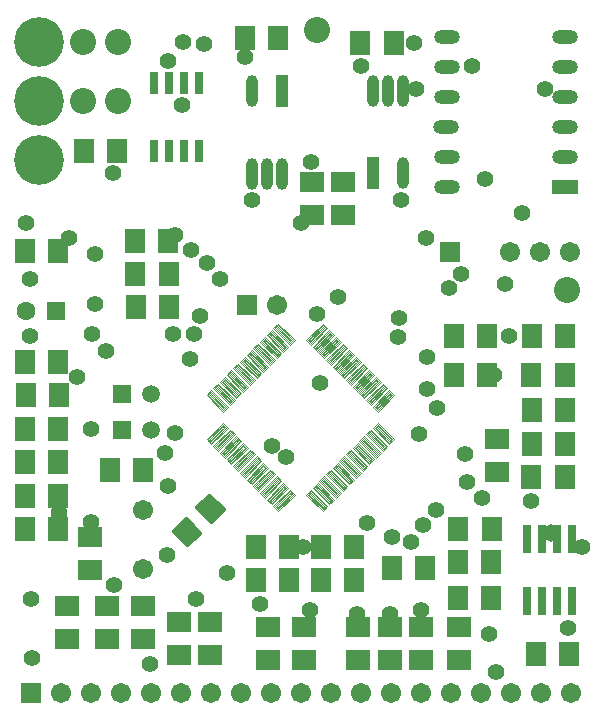
<source format=gts>
%FSLAX43Y43*%
%MOMM*%
G71*
G01*
G75*
%ADD10C,0.300*%
%ADD11R,0.600X2.200*%
%ADD12R,0.600X2.200*%
%ADD13R,1.600X1.800*%
%ADD14O,2.000X1.000*%
%ADD15R,2.000X1.000*%
%ADD16R,0.800X2.500*%
%ADD17O,0.800X2.500*%
%ADD18R,0.600X1.700*%
%ADD19R,0.600X1.700*%
%ADD20R,1.800X1.600*%
%ADD21C,0.125*%
%ADD22C,0.400*%
%ADD23C,0.500*%
%ADD24R,1.400X1.400*%
%ADD25C,1.400*%
%ADD26C,4.000*%
%ADD27C,2.000*%
%ADD28C,1.500*%
%ADD29R,1.500X1.500*%
%ADD30R,1.300X1.300*%
%ADD31C,1.300*%
%ADD32C,1.200*%
%ADD33C,1.270*%
%ADD34R,0.850X1.300*%
%ADD35R,0.550X1.450*%
%ADD36R,0.550X1.450*%
%ADD37C,0.600*%
%ADD38R,0.803X2.403*%
%ADD39R,0.803X2.403*%
%ADD40R,1.803X2.003*%
%ADD41O,2.203X1.203*%
%ADD42R,2.203X1.203*%
%ADD43R,1.003X2.703*%
%ADD44O,1.003X2.703*%
%ADD45R,0.803X1.903*%
%ADD46R,0.803X1.903*%
%ADD47R,2.003X1.803*%
%ADD48R,1.603X1.603*%
%ADD49C,1.603*%
%ADD50C,4.203*%
%ADD51C,2.203*%
%ADD52C,1.703*%
%ADD53R,1.703X1.703*%
%ADD54R,1.503X1.503*%
%ADD55C,1.503*%
%ADD56C,1.403*%
%ADD57C,1.473*%
D21*
X17369Y23142D02*
X16960Y23551D01*
X18359Y24950D01*
X18768Y24541D01*
X17369Y23142D01*
Y23290D02*
X17108Y23551D01*
X18359Y24803D01*
X18621Y24541D01*
X17369Y23290D01*
Y23437D02*
X17255Y23551D01*
X18359Y24655D01*
X18473Y24541D01*
X17369Y23437D01*
X17395Y23559D02*
X18334Y24534D01*
X17935Y22577D02*
X17526Y22985D01*
X18925Y24384D01*
X19334Y23975D01*
X17935Y22577D01*
Y22724D02*
X17673Y22985D01*
X18925Y24237D01*
X19186Y23975D01*
X17935Y22724D01*
Y22871D02*
X17821Y22985D01*
X18925Y24090D01*
X19039Y23975D01*
X17935Y22871D01*
X17961Y22993D02*
X18899Y23968D01*
X18501Y22011D02*
X18092Y22420D01*
X19491Y23819D01*
X19899Y23410D01*
X18501Y22011D01*
Y22158D02*
X18239Y22420D01*
X19491Y23671D01*
X19752Y23410D01*
X18501Y22158D01*
Y22306D02*
X18386Y22420D01*
X19491Y23524D01*
X19605Y23410D01*
X18501Y22306D01*
X18526Y22427D02*
X19465Y23402D01*
X19066Y21445D02*
X18658Y21854D01*
X20056Y23253D01*
X20465Y22844D01*
X19066Y21445D01*
Y21593D02*
X18805Y21854D01*
X20056Y23106D01*
X20318Y22844D01*
X19066Y21593D01*
Y21740D02*
X18952Y21854D01*
X20056Y22958D01*
X20171Y22844D01*
X19066Y21740D01*
X19092Y21862D02*
X20031Y22837D01*
X19632Y20880D02*
X19223Y21288D01*
X20622Y22687D01*
X21031Y22278D01*
X19632Y20880D01*
Y21027D02*
X19370Y21288D01*
X20622Y22540D01*
X20884Y22278D01*
X19632Y21027D01*
Y21174D02*
X19518Y21288D01*
X20622Y22393D01*
X20736Y22278D01*
X19632Y21174D01*
X19658Y21296D02*
X20596Y22271D01*
X20198Y20314D02*
X19789Y20723D01*
X21188Y22122D01*
X21597Y21713D01*
X20198Y20314D01*
Y20461D02*
X19936Y20723D01*
X21188Y21974D01*
X21449Y21713D01*
X20198Y20461D01*
Y20609D02*
X20084Y20723D01*
X21188Y21827D01*
X21302Y21713D01*
X20198Y20609D01*
X20223Y20730D02*
X21162Y21705D01*
X20763Y19748D02*
X20355Y20157D01*
X21753Y21556D01*
X22162Y21147D01*
X20763Y19748D01*
Y19895D02*
X20502Y20157D01*
X21753Y21409D01*
X22015Y21147D01*
X20763Y19895D01*
Y20043D02*
X20649Y20157D01*
X21753Y21261D01*
X21868Y21147D01*
X20763Y20043D01*
X20789Y20165D02*
X21728Y21139D01*
X21329Y19182D02*
X20920Y19591D01*
X22319Y20990D01*
X22728Y20581D01*
X21329Y19182D01*
Y19330D02*
X21068Y19591D01*
X22319Y20843D01*
X22581Y20581D01*
X21329Y19330D01*
Y19477D02*
X21215Y19591D01*
X22319Y20695D01*
X22433Y20581D01*
X21329Y19477D01*
X21355Y19599D02*
X22294Y20574D01*
X21895Y18617D02*
X21486Y19026D01*
X22885Y20424D01*
X23294Y20016D01*
X21895Y18617D01*
Y18764D02*
X21633Y19026D01*
X22885Y20277D01*
X23146Y20016D01*
X21895Y18764D01*
Y18911D02*
X21781Y19026D01*
X22885Y20130D01*
X22999Y20016D01*
X21895Y18911D01*
X21920Y19033D02*
X22859Y20008D01*
X22461Y18051D02*
X22052Y18460D01*
X23450Y19859D01*
X23859Y19450D01*
X22461Y18051D01*
Y18198D02*
X22199Y18460D01*
X23450Y19711D01*
X23712Y19450D01*
X22461Y18198D01*
Y18346D02*
X22346Y18460D01*
X23450Y19564D01*
X23565Y19450D01*
X22461Y18346D01*
X22486Y18468D02*
X23425Y19442D01*
X23026Y17485D02*
X22617Y17894D01*
X24016Y19293D01*
X24425Y18884D01*
X23026Y17485D01*
Y17633D02*
X22765Y17894D01*
X24016Y19146D01*
X24278Y18884D01*
X23026Y17633D01*
Y17780D02*
X22912Y17894D01*
X24016Y18999D01*
X24130Y18884D01*
X23026Y17780D01*
X23052Y17902D02*
X23991Y18877D01*
X27183Y17894D02*
X26774Y17485D01*
X25375Y18884D01*
X25784Y19293D01*
X27183Y17894D01*
X27035D02*
X26774Y17633D01*
X25522Y18884D01*
X25784Y19146D01*
X27035Y17894D01*
X26888D02*
X26774Y17780D01*
X25670Y18884D01*
X25784Y18998D01*
X26888Y17894D01*
X26766Y17920D02*
X25791Y18859D01*
X27748Y18460D02*
X27340Y18051D01*
X25941Y19450D01*
X26350Y19859D01*
X27748Y18460D01*
X27601D02*
X27340Y18198D01*
X26088Y19450D01*
X26350Y19712D01*
X27601Y18460D01*
X27454D02*
X27340Y18346D01*
X26235Y19450D01*
X26350Y19564D01*
X27454Y18460D01*
X27332Y18486D02*
X26357Y19424D01*
X28314Y19026D02*
X27905Y18617D01*
X26506Y20016D01*
X26915Y20425D01*
X28314Y19026D01*
X28167D02*
X27905Y18764D01*
X26654Y20016D01*
X26915Y20277D01*
X28167Y19026D01*
X28019D02*
X27905Y18912D01*
X26801Y20016D01*
X26915Y20130D01*
X28019Y19026D01*
X27898Y19051D02*
X26923Y19990D01*
X28880Y19591D02*
X28471Y19182D01*
X27072Y20581D01*
X27481Y20990D01*
X28880Y19591D01*
X28732D02*
X28471Y19330D01*
X27219Y20581D01*
X27481Y20843D01*
X28732Y19591D01*
X28585D02*
X28471Y19477D01*
X27367Y20581D01*
X27481Y20695D01*
X28585Y19591D01*
X28463Y19617D02*
X27488Y20556D01*
X31143Y21854D02*
X30734Y21445D01*
X29335Y22844D01*
X29744Y23253D01*
X31143Y21854D01*
X30995D02*
X30734Y21593D01*
X29482Y22844D01*
X29744Y23106D01*
X30995Y21854D01*
X30848D02*
X30734Y21740D01*
X29629Y22844D01*
X29744Y22958D01*
X30848Y21854D01*
X30726Y21880D02*
X29751Y22819D01*
X31708Y22420D02*
X31299Y22011D01*
X29900Y23410D01*
X30309Y23819D01*
X31708Y22420D01*
X31561D02*
X31299Y22158D01*
X30048Y23410D01*
X30309Y23671D01*
X31561Y22420D01*
X31413D02*
X31299Y22306D01*
X30195Y23410D01*
X30309Y23524D01*
X31413Y22420D01*
X31292Y22445D02*
X30317Y23384D01*
X32274Y22985D02*
X31865Y22577D01*
X30466Y23975D01*
X30875Y24384D01*
X32274Y22985D01*
X32127D02*
X31865Y22724D01*
X30613Y23975D01*
X30875Y24237D01*
X32127Y22985D01*
X31979D02*
X31865Y22871D01*
X30761Y23975D01*
X30875Y24090D01*
X31979Y22985D01*
X31857Y23011D02*
X30883Y23950D01*
X32840Y23551D02*
X32431Y23142D01*
X31032Y24541D01*
X31441Y24950D01*
X32840Y23551D01*
X32692D02*
X32431Y23290D01*
X31179Y24541D01*
X31441Y24803D01*
X32692Y23551D01*
X32545D02*
X32431Y23437D01*
X31326Y24541D01*
X31441Y24655D01*
X32545Y23551D01*
X32423Y23577D02*
X31448Y24516D01*
X25784Y31557D02*
X25375Y31966D01*
X26774Y33365D01*
X27183Y32956D01*
X25784Y31557D01*
Y31704D02*
X25522Y31966D01*
X26774Y33217D01*
X27035Y32956D01*
X25784Y31704D01*
Y31852D02*
X25670Y31966D01*
X26774Y33070D01*
X26888Y32956D01*
X25784Y31852D01*
X25809Y31973D02*
X26748Y32948D01*
X26350Y30991D02*
X25941Y31400D01*
X27340Y32799D01*
X27748Y32390D01*
X26350Y30991D01*
Y31139D02*
X26088Y31400D01*
X27340Y32652D01*
X27601Y32390D01*
X26350Y31139D01*
Y31286D02*
X26235Y31400D01*
X27340Y32504D01*
X27454Y32390D01*
X26350Y31286D01*
X26375Y31408D02*
X27314Y32382D01*
X26915Y30426D02*
X26506Y30834D01*
X27905Y32233D01*
X28314Y31824D01*
X26915Y30426D01*
Y30573D02*
X26654Y30834D01*
X27905Y32086D01*
X28167Y31824D01*
X26915Y30573D01*
Y30720D02*
X26801Y30834D01*
X27905Y31939D01*
X28019Y31824D01*
X26915Y30720D01*
X26941Y30842D02*
X27880Y31817D01*
X27481Y29860D02*
X27072Y30269D01*
X28471Y31667D01*
X28880Y31259D01*
X27481Y29860D01*
Y30007D02*
X27219Y30269D01*
X28471Y31520D01*
X28732Y31259D01*
X27481Y30007D01*
Y30154D02*
X27367Y30269D01*
X28471Y31373D01*
X28585Y31259D01*
X27481Y30154D01*
X27506Y30276D02*
X28445Y31251D01*
X28047Y29294D02*
X27638Y29703D01*
X29037Y31102D01*
X29445Y30693D01*
X28047Y29294D01*
Y29441D02*
X27785Y29703D01*
X29037Y30955D01*
X29298Y30693D01*
X28047Y29441D01*
Y29589D02*
X27932Y29703D01*
X29037Y30807D01*
X29151Y30693D01*
X28047Y29589D01*
X28072Y29711D02*
X29011Y30685D01*
X28612Y28728D02*
X28203Y29137D01*
X29602Y30536D01*
X30011Y30127D01*
X28612Y28728D01*
Y28876D02*
X28351Y29137D01*
X29602Y30389D01*
X29864Y30127D01*
X28612Y28876D01*
Y29023D02*
X28498Y29137D01*
X29602Y30242D01*
X29716Y30127D01*
X28612Y29023D01*
X28638Y29145D02*
X29577Y30120D01*
X29178Y28163D02*
X28769Y28572D01*
X30168Y29970D01*
X30577Y29562D01*
X29178Y28163D01*
Y28310D02*
X28916Y28572D01*
X30168Y29823D01*
X30429Y29562D01*
X29178Y28310D01*
Y28457D02*
X29064Y28572D01*
X30168Y29676D01*
X30282Y29562D01*
X29178Y28457D01*
X29204Y28579D02*
X30142Y29554D01*
X29744Y27597D02*
X29335Y28006D01*
X30734Y29405D01*
X31142Y28996D01*
X29744Y27597D01*
Y27744D02*
X29482Y28006D01*
X30734Y29257D01*
X30995Y28996D01*
X29744Y27744D01*
Y27892D02*
X29629Y28006D01*
X30734Y29110D01*
X30848Y28996D01*
X29744Y27892D01*
X29769Y28014D02*
X30708Y28988D01*
X30309Y27031D02*
X29901Y27440D01*
X31299Y28839D01*
X31708Y28430D01*
X30309Y27031D01*
Y27179D02*
X30048Y27440D01*
X31299Y28692D01*
X31561Y28430D01*
X30309Y27179D01*
Y27326D02*
X30195Y27440D01*
X31299Y28544D01*
X31414Y28430D01*
X30309Y27326D01*
X30335Y27448D02*
X31274Y28423D01*
X30875Y26466D02*
X30466Y26875D01*
X31865Y28273D01*
X32274Y27865D01*
X30875Y26466D01*
Y26613D02*
X30614Y26875D01*
X31865Y28126D01*
X32127Y27865D01*
X30875Y26613D01*
Y26760D02*
X30761Y26875D01*
X31865Y27979D01*
X31979Y27865D01*
X30875Y26760D01*
X30901Y26882D02*
X31839Y27857D01*
X31441Y25900D02*
X31032Y26309D01*
X32431Y27708D01*
X32840Y27299D01*
X31441Y25900D01*
Y26047D02*
X31179Y26309D01*
X32431Y27560D01*
X32692Y27299D01*
X31441Y26047D01*
Y26195D02*
X31327Y26309D01*
X32431Y27413D01*
X32545Y27299D01*
X31441Y26195D01*
X31466Y26316D02*
X32405Y27291D01*
X18768Y26309D02*
X18359Y25900D01*
X16960Y27299D01*
X17369Y27708D01*
X18768Y26309D01*
X18621D02*
X18359Y26047D01*
X17108Y27299D01*
X17369Y27560D01*
X18621Y26309D01*
X18473D02*
X18359Y26195D01*
X17255Y27299D01*
X17369Y27413D01*
X18473Y26309D01*
X18352Y26334D02*
X17377Y27273D01*
X19334Y26875D02*
X18925Y26466D01*
X17526Y27865D01*
X17935Y28273D01*
X19334Y26875D01*
X19186D02*
X18925Y26613D01*
X17673Y27865D01*
X17935Y28126D01*
X19186Y26875D01*
X19039D02*
X18925Y26760D01*
X17821Y27865D01*
X17935Y27979D01*
X19039Y26875D01*
X18917Y26900D02*
X17943Y27839D01*
X19899Y27440D02*
X19491Y27031D01*
X18092Y28430D01*
X18501Y28839D01*
X19899Y27440D01*
X19752D02*
X19491Y27179D01*
X18239Y28430D01*
X18501Y28692D01*
X19752Y27440D01*
X19605D02*
X19491Y27326D01*
X18386Y28430D01*
X18501Y28544D01*
X19605Y27440D01*
X19483Y27466D02*
X18508Y28405D01*
X20465Y28006D02*
X20056Y27597D01*
X18658Y28996D01*
X19066Y29405D01*
X20465Y28006D01*
X20318D02*
X20056Y27744D01*
X18805Y28996D01*
X19066Y29257D01*
X20318Y28006D01*
X20171D02*
X20056Y27892D01*
X18952Y28996D01*
X19066Y29110D01*
X20171Y28006D01*
X20049Y28031D02*
X19074Y28970D01*
X21031Y28572D02*
X20622Y28163D01*
X19223Y29562D01*
X19632Y29970D01*
X21031Y28572D01*
X20884D02*
X20622Y28310D01*
X19371Y29562D01*
X19632Y29823D01*
X20884Y28572D01*
X20736D02*
X20622Y28457D01*
X19518Y29562D01*
X19632Y29676D01*
X20736Y28572D01*
X20614Y28597D02*
X19640Y29536D01*
X21597Y29137D02*
X21188Y28728D01*
X19789Y30127D01*
X20198Y30536D01*
X21597Y29137D01*
X21449D02*
X21188Y28876D01*
X19936Y30127D01*
X20198Y30389D01*
X21449Y29137D01*
X21302D02*
X21188Y29023D01*
X20084Y30127D01*
X20198Y30241D01*
X21302Y29137D01*
X21180Y29163D02*
X20205Y30102D01*
X22162Y29703D02*
X21753Y29294D01*
X20355Y30693D01*
X20763Y31102D01*
X22162Y29703D01*
X22015D02*
X21753Y29441D01*
X20502Y30693D01*
X20763Y30954D01*
X22015Y29703D01*
X21868D02*
X21753Y29589D01*
X20649Y30693D01*
X20763Y30807D01*
X21868Y29703D01*
X21746Y29729D02*
X20771Y30667D01*
X22728Y30269D02*
X22319Y29860D01*
X20920Y31259D01*
X21329Y31667D01*
X22728Y30269D01*
X22581D02*
X22319Y30007D01*
X21068Y31259D01*
X21329Y31520D01*
X22581Y30269D01*
X22433D02*
X22319Y30154D01*
X21215Y31259D01*
X21329Y31373D01*
X22433Y30269D01*
X22311Y30294D02*
X21337Y31233D01*
X23294Y30834D02*
X22885Y30426D01*
X21486Y31824D01*
X21895Y32233D01*
X23294Y30834D01*
X23146D02*
X22885Y30573D01*
X21633Y31824D01*
X21895Y32086D01*
X23146Y30834D01*
X22999D02*
X22885Y30720D01*
X21781Y31824D01*
X21895Y31939D01*
X22999Y30834D01*
X22877Y30860D02*
X21902Y31799D01*
X23859Y31400D02*
X23450Y30991D01*
X22052Y32390D01*
X22460Y32799D01*
X23859Y31400D01*
X23712D02*
X23450Y31139D01*
X22199Y32390D01*
X22460Y32652D01*
X23712Y31400D01*
X23565D02*
X23450Y31286D01*
X22346Y32390D01*
X22460Y32504D01*
X23565Y31400D01*
X23443Y31426D02*
X22468Y32364D01*
X24425Y31966D02*
X24016Y31557D01*
X22617Y32956D01*
X23026Y33365D01*
X24425Y31966D01*
X24278D02*
X24016Y31704D01*
X22765Y32956D01*
X23026Y33217D01*
X24278Y31966D01*
X24130D02*
X24016Y31852D01*
X22912Y32956D01*
X23026Y33070D01*
X24130Y31966D01*
X24009Y31991D02*
X23034Y32930D01*
X30577Y21288D02*
X30168Y20880D01*
X28769Y22278D01*
X29178Y22687D01*
X30577Y21288D01*
X30429D02*
X30168Y21027D01*
X28916Y22278D01*
X29178Y22540D01*
X30429Y21288D01*
X30282D02*
X30168Y21174D01*
X29064Y22278D01*
X29178Y22393D01*
X30282Y21288D01*
X30160Y21314D02*
X29186Y22253D01*
X30011Y20723D02*
X29602Y20314D01*
X28203Y21713D01*
X28612Y22122D01*
X30011Y20723D01*
X29864D02*
X29602Y20461D01*
X28351Y21713D01*
X28612Y21974D01*
X29864Y20723D01*
X29716D02*
X29602Y20609D01*
X28498Y21713D01*
X28612Y21827D01*
X29716Y20723D01*
X29595Y20748D02*
X28620Y21687D01*
X29445Y20157D02*
X29037Y19748D01*
X27638Y21147D01*
X28047Y21556D01*
X29445Y20157D01*
X29298D02*
X29037Y19896D01*
X27785Y21147D01*
X28047Y21409D01*
X29298Y20157D01*
X29151D02*
X29037Y20043D01*
X27932Y21147D01*
X28047Y21261D01*
X29151Y20157D01*
X29029Y20183D02*
X28054Y21121D01*
D22*
X15337Y14675D02*
X14204Y15809D01*
X15196Y16801D01*
X16330Y15667D01*
X15337Y14675D01*
Y15147D02*
X14675Y15809D01*
X15196Y16330D01*
X15858Y15667D01*
X15337Y15147D01*
Y15618D02*
X15147Y15809D01*
X15196Y15858D01*
X15387Y15667D01*
X15337Y15618D01*
X15267Y15720D02*
Y15756D01*
X17317Y16655D02*
X16184Y17789D01*
X17176Y18781D01*
X18310Y17647D01*
X17317Y16655D01*
Y17126D02*
X16655Y17789D01*
X17176Y18309D01*
X17838Y17647D01*
X17317Y17126D01*
Y17598D02*
X17126Y17789D01*
X17176Y17838D01*
X17367Y17647D01*
X17317Y17598D01*
X17247Y17700D02*
Y17736D01*
D38*
X46585Y15100D02*
D03*
X45315D02*
D03*
X44045D02*
D03*
X47855Y9900D02*
D03*
X46585D02*
D03*
X45315D02*
D03*
X44045D02*
D03*
D39*
X47855Y15100D02*
D03*
D40*
X47613Y5418D02*
D03*
X44813D02*
D03*
X6563Y47943D02*
D03*
X9363Y47943D02*
D03*
X44462Y28982D02*
D03*
X47262Y28982D02*
D03*
X40688Y28993D02*
D03*
X37888D02*
D03*
X44512Y32282D02*
D03*
X40688Y32293D02*
D03*
X37888D02*
D03*
X47312Y32282D02*
D03*
X44487Y23182D02*
D03*
Y26082D02*
D03*
X47287Y23182D02*
D03*
Y26082D02*
D03*
X4413Y30140D02*
D03*
X1613D02*
D03*
X4430Y27309D02*
D03*
X1630D02*
D03*
X4388Y24445D02*
D03*
X1588Y24445D02*
D03*
X4405Y21614D02*
D03*
X1605Y21614D02*
D03*
X4388Y18775D02*
D03*
X1588D02*
D03*
X4405Y15944D02*
D03*
X1605D02*
D03*
X13763Y34768D02*
D03*
X10963Y34768D02*
D03*
X38287Y16007D02*
D03*
X41087Y16007D02*
D03*
X38212Y10107D02*
D03*
X41012Y10107D02*
D03*
X32687Y12682D02*
D03*
X35487Y12682D02*
D03*
X26612Y14482D02*
D03*
X29412Y14482D02*
D03*
X38262Y13182D02*
D03*
X41062Y13182D02*
D03*
X23963Y14443D02*
D03*
X21163Y14443D02*
D03*
X29443Y11653D02*
D03*
X26643D02*
D03*
X21132Y11622D02*
D03*
X23932D02*
D03*
X29987Y57132D02*
D03*
X32787Y57132D02*
D03*
X23038Y57543D02*
D03*
X20238Y57543D02*
D03*
X11563Y20943D02*
D03*
X8763Y20943D02*
D03*
X4413Y39543D02*
D03*
X1613Y39543D02*
D03*
X44462Y20332D02*
D03*
X47262Y20332D02*
D03*
X13738Y37518D02*
D03*
X10938Y37518D02*
D03*
X13713Y40318D02*
D03*
X10913Y40318D02*
D03*
D41*
X47285Y47465D02*
D03*
X37285Y57640D02*
D03*
X37310Y55090D02*
D03*
X47285Y57640D02*
D03*
Y55090D02*
D03*
X37285Y47465D02*
D03*
X37235Y49990D02*
D03*
X37285Y52540D02*
D03*
X47285D02*
D03*
X47285Y49990D02*
D03*
X37285Y44915D02*
D03*
D42*
X47285D02*
D03*
D43*
X31079Y46076D02*
D03*
X23371Y53024D02*
D03*
D44*
X33619Y46076D02*
D03*
X31079Y53076D02*
D03*
X32349D02*
D03*
X33619D02*
D03*
X20831Y46024D02*
D03*
X22101D02*
D03*
X23371D02*
D03*
X20831Y53024D02*
D03*
D45*
X15060Y53700D02*
D03*
X16330Y53700D02*
D03*
D46*
X13790Y53700D02*
D03*
X16330Y48000D02*
D03*
X12520Y53700D02*
D03*
X15060Y48000D02*
D03*
X13790D02*
D03*
X12520D02*
D03*
D47*
X11582Y9438D02*
D03*
X11582Y6638D02*
D03*
X17257Y8088D02*
D03*
Y5288D02*
D03*
X14657Y8088D02*
D03*
Y5288D02*
D03*
X35143Y4837D02*
D03*
X35143Y7637D02*
D03*
X8518Y6662D02*
D03*
X8518Y9462D02*
D03*
X7068Y12512D02*
D03*
X7068Y15312D02*
D03*
X5168Y6662D02*
D03*
X5168Y9462D02*
D03*
X38357Y7638D02*
D03*
Y4838D02*
D03*
X41568Y20762D02*
D03*
X41568Y23562D02*
D03*
X32518Y4837D02*
D03*
X32518Y7637D02*
D03*
X29743Y4862D02*
D03*
X29743Y7662D02*
D03*
X25243Y4837D02*
D03*
X25243Y7637D02*
D03*
X22122Y7668D02*
D03*
Y4868D02*
D03*
X28518Y42562D02*
D03*
X28518Y45362D02*
D03*
X25893Y42587D02*
D03*
X25893Y45387D02*
D03*
D48*
X4189Y34433D02*
D03*
D49*
X1689D02*
D03*
D50*
X2800Y47200D02*
D03*
Y52200D02*
D03*
Y57200D02*
D03*
D51*
X47500Y36225D02*
D03*
X26300Y58250D02*
D03*
X6525Y57175D02*
D03*
X9500Y57225D02*
D03*
X6525Y52175D02*
D03*
X9500Y52225D02*
D03*
D52*
X11575Y17617D02*
D03*
Y12617D02*
D03*
X22910Y34937D02*
D03*
X45280Y2100D02*
D03*
X42740D02*
D03*
X47727Y39416D02*
D03*
X45187D02*
D03*
X42647D02*
D03*
X47820Y2100D02*
D03*
X40200D02*
D03*
X37660D02*
D03*
X32580D02*
D03*
X30040D02*
D03*
X27500D02*
D03*
X24960D02*
D03*
X22420D02*
D03*
X19880D02*
D03*
X17340D02*
D03*
X14800D02*
D03*
X12260D02*
D03*
X9720D02*
D03*
X7180D02*
D03*
X4640D02*
D03*
X35120D02*
D03*
D53*
X20370Y34937D02*
D03*
X37567Y39416D02*
D03*
X2100Y2100D02*
D03*
D54*
X9758Y27363D02*
D03*
Y24388D02*
D03*
D55*
X12258Y27363D02*
D03*
Y24388D02*
D03*
D56*
X48725Y14475D02*
D03*
X47600Y7575D02*
D03*
X18700Y12200D02*
D03*
X41450Y3875D02*
D03*
X35500Y40600D02*
D03*
X16700Y57050D02*
D03*
X34550Y57100D02*
D03*
X26279Y34196D02*
D03*
X9075Y46075D02*
D03*
X15000Y57225D02*
D03*
X30012Y55200D02*
D03*
X20238Y55913D02*
D03*
X13700Y55625D02*
D03*
X39450Y55200D02*
D03*
X45625Y53200D02*
D03*
X14900Y51850D02*
D03*
X34675Y53250D02*
D03*
X42550Y32293D02*
D03*
X41268Y28975D02*
D03*
X7175Y16600D02*
D03*
X7225Y32450D02*
D03*
X14125Y32500D02*
D03*
X14325Y40825D02*
D03*
X7145Y24445D02*
D03*
X9125Y11225D02*
D03*
X8450Y31025D02*
D03*
X15900Y32450D02*
D03*
X15650Y39575D02*
D03*
X38800Y22300D02*
D03*
X4475Y17325D02*
D03*
X6000Y28800D02*
D03*
X15525Y30375D02*
D03*
X17000Y38450D02*
D03*
X39025Y19975D02*
D03*
X16400Y34000D02*
D03*
X18075Y37150D02*
D03*
X42250Y36700D02*
D03*
X36450Y26175D02*
D03*
X35150Y9075D02*
D03*
X36400Y17575D02*
D03*
X40250Y18550D02*
D03*
X32525Y8800D02*
D03*
X35275Y16275D02*
D03*
X29725Y8787D02*
D03*
X34250Y14850D02*
D03*
X34975Y24025D02*
D03*
X32687Y15250D02*
D03*
X14250Y24075D02*
D03*
X25700Y9075D02*
D03*
X25125Y14475D02*
D03*
X28050Y35600D02*
D03*
X33200Y32250D02*
D03*
X22500Y22975D02*
D03*
X23700Y22025D02*
D03*
X26600Y28350D02*
D03*
X24950Y41850D02*
D03*
X5350Y40600D02*
D03*
X35625Y30500D02*
D03*
X35600Y27850D02*
D03*
X30575Y16500D02*
D03*
X16050Y10050D02*
D03*
X40850Y7100D02*
D03*
X12200Y4575D02*
D03*
X2200Y5025D02*
D03*
X2100Y10000D02*
D03*
X13600Y13750D02*
D03*
X13700Y19575D02*
D03*
X1975Y32300D02*
D03*
X7500Y39250D02*
D03*
X7525Y35000D02*
D03*
X25800Y47050D02*
D03*
X20800Y43825D02*
D03*
X38525Y37550D02*
D03*
X37475Y36400D02*
D03*
X33225Y33825D02*
D03*
X33400Y43850D02*
D03*
X44450Y18350D02*
D03*
X43625Y42700D02*
D03*
X13450Y22400D02*
D03*
X2000Y37100D02*
D03*
X1675Y41900D02*
D03*
X40500Y45575D02*
D03*
X21500Y9600D02*
D03*
D57*
X46100Y15625D02*
D03*
M02*

</source>
